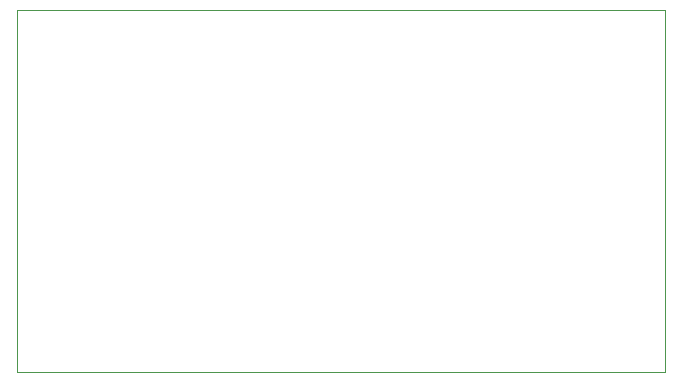
<source format=gm1>
G04 #@! TF.GenerationSoftware,KiCad,Pcbnew,(5.0.0)*
G04 #@! TF.CreationDate,2018-11-29T21:46:58+01:00*
G04 #@! TF.ProjectId,pico_psu_mount,7069636F5F7073755F6D6F756E742E6B,rev?*
G04 #@! TF.SameCoordinates,Original*
G04 #@! TF.FileFunction,Profile,NP*
%FSLAX46Y46*%
G04 Gerber Fmt 4.6, Leading zero omitted, Abs format (unit mm)*
G04 Created by KiCad (PCBNEW (5.0.0)) date 11/29/18 21:46:58*
%MOMM*%
%LPD*%
G01*
G04 APERTURE LIST*
%ADD10C,0.100000*%
G04 APERTURE END LIST*
D10*
X202158600Y-64312800D02*
X147294600Y-64312800D01*
X202158600Y-94996000D02*
X202158600Y-64312800D01*
X147294600Y-94996000D02*
X202158600Y-94996000D01*
X147294600Y-64312800D02*
X147294600Y-94996000D01*
M02*

</source>
